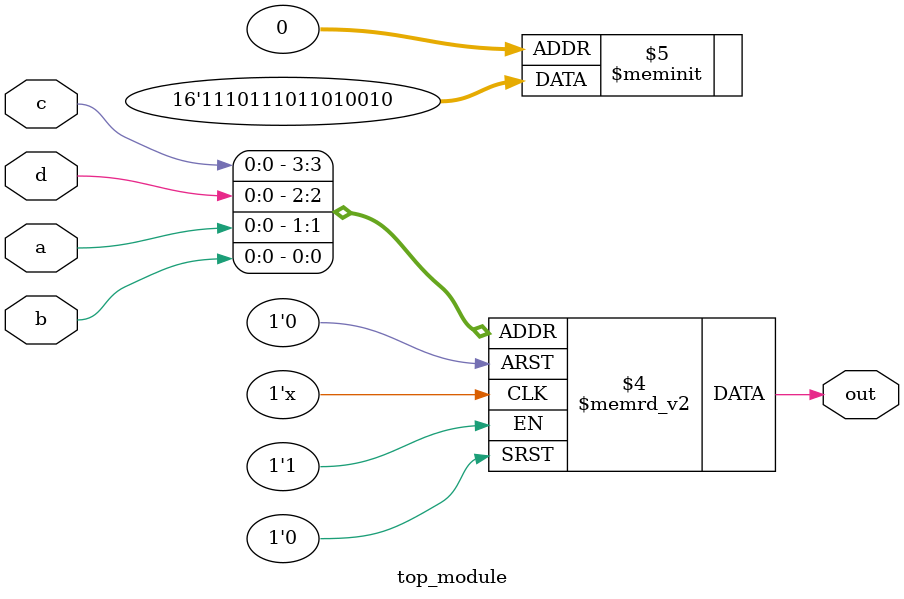
<source format=sv>
module top_module (
    input a,
    input b,
    input c,
    input d,
    output reg out
);
    always @(*) begin
        case ({c,d,a,b})
            4'b0000: out = 0;
            4'b0001: out = 1;
            4'b0010: out = 0;
            4'b0011: out = 0;
            4'b0100: out = 1;
            4'b0101: out = 0;
            4'b0110: out = 1;
            4'b0111: out = 1;
            4'b1000: out = 0;
            4'b1001: out = 1;
            4'b1010: out = 1;
            4'b1011: out = 1;
            4'b1100: out = 0;
            4'b1101: out = 1;
            4'b1110: out = 1;
            4'b1111: out = 1;
            default: out = 0; // Default case for completeness, should never hit since all cases are covered.
        endcase
    end
endmodule

</source>
